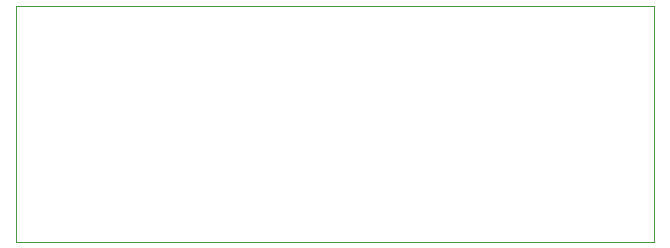
<source format=gbr>
G04 #@! TF.GenerationSoftware,KiCad,Pcbnew,(5.1.4)-1*
G04 #@! TF.CreationDate,2020-02-28T05:18:07+09:00*
G04 #@! TF.ProjectId,Buzzer_Test_UM1515IA,42757a7a-6572-45f5-9465-73745f554d31,rev?*
G04 #@! TF.SameCoordinates,Original*
G04 #@! TF.FileFunction,Profile,NP*
%FSLAX46Y46*%
G04 Gerber Fmt 4.6, Leading zero omitted, Abs format (unit mm)*
G04 Created by KiCad (PCBNEW (5.1.4)-1) date 2020-02-28 05:18:07*
%MOMM*%
%LPD*%
G04 APERTURE LIST*
%ADD10C,0.050000*%
G04 APERTURE END LIST*
D10*
X148000000Y-104000000D02*
X94000000Y-104000000D01*
X148000000Y-84000000D02*
X148000000Y-104000000D01*
X94000000Y-84000000D02*
X148000000Y-84000000D01*
X94000000Y-85000000D02*
X94000000Y-84000000D01*
X94000000Y-104000000D02*
X94000000Y-85000000D01*
M02*

</source>
